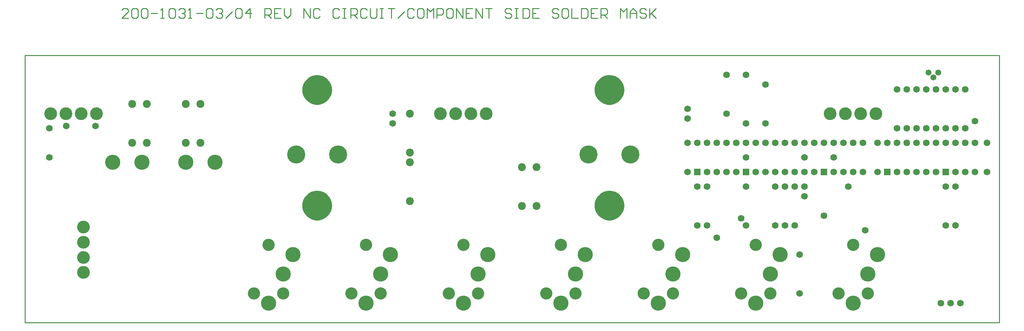
<source format=gbs>
*%FSLAX23Y23*%
*%MOIN*%
G01*
%ADD11C,0.006*%
%ADD12C,0.007*%
%ADD13C,0.008*%
%ADD14C,0.010*%
%ADD15C,0.012*%
%ADD16C,0.015*%
%ADD17C,0.020*%
%ADD18C,0.032*%
%ADD19C,0.036*%
%ADD20C,0.042*%
%ADD21C,0.050*%
%ADD22C,0.052*%
%ADD23C,0.055*%
%ADD24C,0.056*%
%ADD25C,0.060*%
%ADD26C,0.061*%
%ADD27C,0.062*%
%ADD28C,0.068*%
%ADD29C,0.070*%
%ADD30C,0.070*%
%ADD31C,0.075*%
%ADD32C,0.075*%
%ADD33C,0.080*%
%ADD34C,0.080*%
%ADD35C,0.081*%
%ADD36C,0.090*%
%ADD37C,0.095*%
%ADD38C,0.100*%
%ADD39C,0.115*%
%ADD40C,0.120*%
%ADD41C,0.125*%
%ADD42C,0.126*%
%ADD43C,0.131*%
%ADD44C,0.140*%
%ADD45C,0.150*%
%ADD46C,0.156*%
%ADD47C,0.160*%
%ADD48C,0.180*%
%ADD49C,0.186*%
%ADD50C,0.250*%
%ADD51R,0.062X0.062*%
%ADD52R,0.068X0.068*%
D14*
X5771Y9572D02*
X5838D01*
X5771D02*
X5838Y9639D01*
Y9655D01*
X5821Y9672D01*
X5788D01*
X5771Y9655D01*
X5871D02*
X5888Y9672D01*
X5921D01*
X5938Y9655D01*
Y9589D01*
X5921Y9572D01*
X5888D01*
X5871Y9589D01*
Y9655D01*
X5971D02*
X5988Y9672D01*
X6021D01*
X6038Y9655D01*
Y9589D01*
X6021Y9572D01*
X5988D01*
X5971Y9589D01*
Y9655D01*
X6071Y9622D02*
X6138D01*
X6171Y9572D02*
X6204D01*
X6188D01*
Y9672D01*
X6189D01*
X6188D02*
X6171Y9655D01*
X6254D02*
X6271Y9672D01*
X6304D01*
X6321Y9655D01*
Y9589D01*
X6304Y9572D01*
X6271D01*
X6254Y9589D01*
Y9655D01*
X6354D02*
X6371Y9672D01*
X6404D01*
X6421Y9655D01*
Y9639D01*
X6422D01*
X6421D02*
X6422D01*
X6421D02*
X6422D01*
X6421D02*
X6404Y9622D01*
X6387D01*
X6404D01*
X6421Y9605D01*
Y9589D01*
X6404Y9572D01*
X6371D01*
X6354Y9589D01*
X6454Y9572D02*
X6487D01*
X6471D01*
Y9672D01*
X6472D01*
X6471D02*
X6454Y9655D01*
X6537Y9622D02*
X6604D01*
X6637Y9655D02*
X6654Y9672D01*
X6687D01*
X6704Y9655D01*
Y9589D01*
X6687Y9572D01*
X6654D01*
X6637Y9589D01*
Y9655D01*
X6737D02*
X6754Y9672D01*
X6787D01*
X6804Y9655D01*
Y9639D01*
X6805D01*
X6804D02*
X6805D01*
X6804D02*
X6805D01*
X6804D02*
X6787Y9622D01*
X6771D01*
X6787D01*
X6804Y9605D01*
Y9589D01*
X6787Y9572D01*
X6754D01*
X6737Y9589D01*
X6837Y9572D02*
X6904Y9639D01*
X6937Y9655D02*
X6954Y9672D01*
X6987D01*
X7004Y9655D01*
Y9589D01*
X6987Y9572D01*
X6954D01*
X6937Y9589D01*
Y9655D01*
X7087Y9672D02*
Y9572D01*
X7037Y9622D02*
X7087Y9672D01*
X7104Y9622D02*
X7037D01*
X7237Y9572D02*
Y9672D01*
X7287D01*
X7304Y9655D01*
Y9622D01*
X7287Y9605D01*
X7237D01*
X7271D02*
X7304Y9572D01*
X7337Y9672D02*
X7404D01*
X7337D02*
Y9572D01*
X7404D01*
X7370Y9622D02*
X7337D01*
X7437Y9605D02*
Y9672D01*
Y9605D02*
X7470Y9572D01*
X7504Y9605D01*
Y9672D01*
X7637D02*
Y9572D01*
X7704D02*
X7637Y9672D01*
X7704D02*
Y9572D01*
X7804Y9655D02*
X7787Y9672D01*
X7754D01*
X7737Y9655D01*
Y9589D01*
X7754Y9572D01*
X7787D01*
X7804Y9589D01*
X7987Y9672D02*
X8004Y9655D01*
X7987Y9672D02*
X7954D01*
X7937Y9655D01*
Y9589D01*
X7954Y9572D01*
X7987D01*
X8004Y9589D01*
X8037Y9672D02*
X8070D01*
X8054D01*
Y9572D01*
X8037D01*
X8070D01*
X8120D02*
Y9672D01*
X8170D01*
X8187Y9655D01*
Y9622D01*
X8170Y9605D01*
X8120D01*
X8154D02*
X8187Y9572D01*
X8287Y9655D02*
X8270Y9672D01*
X8237D01*
X8220Y9655D01*
Y9589D01*
X8237Y9572D01*
X8270D01*
X8287Y9589D01*
X8320D02*
Y9672D01*
Y9589D02*
X8337Y9572D01*
X8370D01*
X8387Y9589D01*
Y9672D01*
X8420D02*
X8453D01*
X8437D01*
Y9572D01*
X8420D01*
X8453D01*
X8503Y9672D02*
X8570D01*
X8537D01*
Y9572D01*
X8603D02*
X8670Y9639D01*
X8753Y9672D02*
X8770Y9655D01*
X8753Y9672D02*
X8720D01*
X8703Y9655D01*
Y9589D01*
X8720Y9572D01*
X8753D01*
X8770Y9589D01*
X8820Y9672D02*
X8853D01*
X8820D02*
X8803Y9655D01*
Y9589D01*
X8820Y9572D01*
X8853D01*
X8870Y9589D01*
Y9655D01*
X8853Y9672D01*
X8903D02*
Y9572D01*
X8937Y9639D02*
X8903Y9672D01*
X8937Y9639D02*
X8970Y9672D01*
Y9572D01*
X9003D02*
Y9672D01*
X9053D01*
X9070Y9655D01*
Y9622D01*
X9053Y9605D01*
X9003D01*
X9120Y9672D02*
X9153D01*
X9120D02*
X9103Y9655D01*
Y9589D01*
X9120Y9572D01*
X9153D01*
X9170Y9589D01*
Y9655D01*
X9153Y9672D01*
X9203D02*
Y9572D01*
X9270D02*
X9203Y9672D01*
X9270D02*
Y9572D01*
X9303Y9672D02*
X9370D01*
X9303D02*
Y9572D01*
X9370D01*
X9337Y9622D02*
X9303D01*
X9403Y9572D02*
Y9672D01*
X9470Y9572D01*
Y9672D01*
X9503D02*
X9570D01*
X9536D01*
Y9572D01*
X9753Y9672D02*
X9770Y9655D01*
X9753Y9672D02*
X9720D01*
X9703Y9655D01*
Y9639D01*
X9720Y9622D01*
X9753D01*
X9770Y9605D01*
Y9589D01*
X9753Y9572D01*
X9720D01*
X9703Y9589D01*
X9803Y9672D02*
X9836D01*
X9820D01*
Y9572D01*
X9803D01*
X9836D01*
X9886D02*
Y9672D01*
Y9572D02*
X9936D01*
X9953Y9589D01*
Y9655D01*
X9936Y9672D01*
X9886D01*
X9986D02*
X10053D01*
X9986D02*
Y9572D01*
X10053D01*
X10020Y9622D02*
X9986D01*
X10236Y9672D02*
X10253Y9655D01*
X10236Y9672D02*
X10203D01*
X10186Y9655D01*
Y9639D01*
X10203Y9622D01*
X10236D01*
X10253Y9605D01*
Y9589D01*
X10236Y9572D01*
X10203D01*
X10186Y9589D01*
X10303Y9672D02*
X10336D01*
X10303D02*
X10286Y9655D01*
Y9589D01*
X10303Y9572D01*
X10336D01*
X10353Y9589D01*
Y9655D01*
X10336Y9672D01*
X10386D02*
Y9572D01*
X10453D01*
X10486D02*
Y9672D01*
Y9572D02*
X10536D01*
X10553Y9589D01*
Y9655D01*
X10536Y9672D01*
X10486D01*
X10586D02*
X10653D01*
X10586D02*
Y9572D01*
X10653D01*
X10619Y9622D02*
X10586D01*
X10686Y9572D02*
Y9672D01*
X10736D01*
X10753Y9655D01*
Y9622D01*
X10736Y9605D01*
X10686D01*
X10719D02*
X10753Y9572D01*
X10886D02*
Y9672D01*
X10919Y9639D01*
X10953Y9672D01*
Y9572D01*
X10986D02*
Y9639D01*
X11019Y9672D01*
X11053Y9639D01*
Y9572D01*
Y9622D01*
X10986D01*
X11136Y9672D02*
X11153Y9655D01*
X11136Y9672D02*
X11103D01*
X11086Y9655D01*
Y9639D01*
X11103Y9622D01*
X11136D01*
X11153Y9605D01*
Y9589D01*
X11136Y9572D01*
X11103D01*
X11086Y9589D01*
X11186Y9572D02*
Y9672D01*
Y9605D02*
Y9572D01*
Y9605D02*
X11253Y9672D01*
X11203Y9622D01*
X11253Y9572D01*
X14776Y9187D02*
Y6437D01*
X4776D02*
Y9187D01*
Y6437D02*
X14776D01*
Y9187D02*
X4776D01*
D26*
X14051Y9012D02*
D03*
X14101Y8962D02*
D03*
X14151Y9012D02*
D03*
D28*
X14526Y8512D02*
D03*
X13401Y7387D02*
D03*
X13226Y7837D02*
D03*
X13076Y8137D02*
D03*
X12976Y7537D02*
D03*
X12776Y8137D02*
D03*
X12176D02*
D03*
X12126Y7512D02*
D03*
X11876Y7312D02*
D03*
X14426Y8837D02*
D03*
Y8437D02*
D03*
X14326Y8837D02*
D03*
Y8437D02*
D03*
X13926Y8837D02*
D03*
Y8437D02*
D03*
X13826Y8837D02*
D03*
Y8437D02*
D03*
X13726Y8837D02*
D03*
Y8437D02*
D03*
X14126Y7987D02*
D03*
Y8287D02*
D03*
X14651D02*
D03*
Y7987D02*
D03*
X14326D02*
D03*
X14226Y8287D02*
D03*
X14326D02*
D03*
X14426D02*
D03*
X14526D02*
D03*
Y7987D02*
D03*
X14426D02*
D03*
X14026Y8287D02*
D03*
Y7987D02*
D03*
X13726D02*
D03*
X13626Y8287D02*
D03*
X13726D02*
D03*
X13826D02*
D03*
X13926D02*
D03*
Y7987D02*
D03*
X13826D02*
D03*
X13526D02*
D03*
Y8287D02*
D03*
X13376D02*
D03*
Y7987D02*
D03*
X14326Y7437D02*
D03*
Y7837D02*
D03*
X14226Y7437D02*
D03*
Y7837D02*
D03*
Y8437D02*
D03*
Y8837D02*
D03*
X14126Y8437D02*
D03*
Y8837D02*
D03*
X14026Y8437D02*
D03*
Y8837D02*
D03*
X14276Y6637D02*
D03*
X14376D02*
D03*
X14176D02*
D03*
X11976Y8987D02*
D03*
Y8587D02*
D03*
X12726Y7137D02*
D03*
Y6737D02*
D03*
X11776Y7987D02*
D03*
X11676Y8287D02*
D03*
X11776D02*
D03*
X11876D02*
D03*
X11976D02*
D03*
Y7987D02*
D03*
X11876D02*
D03*
X12076Y8287D02*
D03*
Y7987D02*
D03*
X12376D02*
D03*
X12176Y8287D02*
D03*
X12276D02*
D03*
X12376D02*
D03*
X12476D02*
D03*
X12576D02*
D03*
X12676D02*
D03*
X12776D02*
D03*
Y7987D02*
D03*
X12676D02*
D03*
X12576D02*
D03*
X12476D02*
D03*
X12276D02*
D03*
X12876D02*
D03*
Y8287D02*
D03*
X13076Y7987D02*
D03*
X12976Y8287D02*
D03*
X13076D02*
D03*
X13176D02*
D03*
X13276D02*
D03*
Y7987D02*
D03*
X13176D02*
D03*
X12376Y8487D02*
D03*
Y8887D02*
D03*
X12176Y8987D02*
D03*
Y8487D02*
D03*
X11676Y7437D02*
D03*
Y7837D02*
D03*
X11776Y7437D02*
D03*
Y7837D02*
D03*
X12176D02*
D03*
Y7437D02*
D03*
X12476D02*
D03*
Y7837D02*
D03*
X12576D02*
D03*
Y7437D02*
D03*
X12676D02*
D03*
Y7837D02*
D03*
X12776D02*
D03*
Y7737D02*
D03*
X11576Y7987D02*
D03*
Y8287D02*
D03*
Y8637D02*
D03*
Y8537D02*
D03*
X8551Y8487D02*
D03*
Y8587D02*
D03*
X5201Y8462D02*
D03*
X5501D02*
D03*
X5026Y8137D02*
D03*
Y8437D02*
D03*
D34*
X10663Y8832D02*
X10664D01*
X10663D02*
X10664Y8815D01*
X10668Y8799D01*
X10674Y8783D01*
X10683Y8768D01*
X10693Y8755D01*
X10706Y8744D01*
X10720Y8734D01*
X10735Y8727D01*
X10751Y8722D01*
X10768Y8719D01*
X10784D01*
X10801Y8722D01*
X10817Y8727D01*
X10832Y8734D01*
X10846Y8744D01*
X10859Y8755D01*
X10869Y8768D01*
X10878Y8783D01*
X10884Y8799D01*
X10888Y8815D01*
X10889Y8832D01*
X10890D01*
X10889D02*
X10888Y8849D01*
X10884Y8865D01*
X10878Y8881D01*
X10869Y8896D01*
X10859Y8909D01*
X10846Y8920D01*
X10832Y8930D01*
X10817Y8937D01*
X10801Y8942D01*
X10784Y8945D01*
X10768D01*
X10751Y8942D01*
X10735Y8937D01*
X10720Y8930D01*
X10706Y8920D01*
X10693Y8909D01*
X10683Y8896D01*
X10674Y8881D01*
X10668Y8865D01*
X10664Y8849D01*
X10663Y8832D01*
X10741D02*
X10742D01*
X10741D02*
X10743Y8820D01*
X10749Y8810D01*
X10758Y8802D01*
X10770Y8798D01*
X10782D01*
X10794Y8802D01*
X10803Y8810D01*
X10809Y8820D01*
X10811Y8832D01*
X10812D01*
X10811D02*
X10809Y8844D01*
X10803Y8854D01*
X10794Y8862D01*
X10782Y8866D01*
X10770D01*
X10758Y8862D01*
X10749Y8854D01*
X10743Y8844D01*
X10741Y8832D01*
X10663Y7642D02*
X10664D01*
X10663D02*
X10664Y7625D01*
X10668Y7609D01*
X10674Y7593D01*
X10683Y7578D01*
X10693Y7565D01*
X10706Y7554D01*
X10720Y7544D01*
X10735Y7537D01*
X10751Y7532D01*
X10768Y7529D01*
X10784D01*
X10801Y7532D01*
X10817Y7537D01*
X10832Y7544D01*
X10846Y7554D01*
X10859Y7565D01*
X10869Y7578D01*
X10878Y7593D01*
X10884Y7609D01*
X10888Y7625D01*
X10889Y7642D01*
X10890D01*
X10889D02*
X10888Y7659D01*
X10884Y7675D01*
X10878Y7691D01*
X10869Y7706D01*
X10859Y7719D01*
X10846Y7730D01*
X10832Y7740D01*
X10817Y7747D01*
X10801Y7752D01*
X10784Y7755D01*
X10768D01*
X10751Y7752D01*
X10735Y7747D01*
X10720Y7740D01*
X10706Y7730D01*
X10693Y7719D01*
X10683Y7706D01*
X10674Y7691D01*
X10668Y7675D01*
X10664Y7659D01*
X10663Y7642D01*
X10741D02*
X10742D01*
X10741D02*
X10743Y7630D01*
X10749Y7620D01*
X10758Y7612D01*
X10770Y7608D01*
X10782D01*
X10794Y7612D01*
X10803Y7620D01*
X10809Y7630D01*
X10811Y7642D01*
X10812D01*
X10811D02*
X10809Y7654D01*
X10803Y7664D01*
X10794Y7672D01*
X10782Y7676D01*
X10770D01*
X10758Y7672D01*
X10749Y7664D01*
X10743Y7654D01*
X10741Y7642D01*
X7663Y8832D02*
X7664D01*
X7663D02*
X7664Y8815D01*
X7668Y8799D01*
X7674Y8783D01*
X7683Y8768D01*
X7693Y8755D01*
X7706Y8744D01*
X7720Y8734D01*
X7735Y8727D01*
X7751Y8722D01*
X7768Y8719D01*
X7784D01*
X7801Y8722D01*
X7817Y8727D01*
X7832Y8734D01*
X7846Y8744D01*
X7859Y8755D01*
X7869Y8768D01*
X7878Y8783D01*
X7884Y8799D01*
X7888Y8815D01*
X7889Y8832D01*
X7890D01*
X7889D02*
X7888Y8849D01*
X7884Y8865D01*
X7878Y8881D01*
X7869Y8896D01*
X7859Y8909D01*
X7846Y8920D01*
X7832Y8930D01*
X7817Y8937D01*
X7801Y8942D01*
X7784Y8945D01*
X7768D01*
X7751Y8942D01*
X7735Y8937D01*
X7720Y8930D01*
X7706Y8920D01*
X7693Y8909D01*
X7683Y8896D01*
X7674Y8881D01*
X7668Y8865D01*
X7664Y8849D01*
X7663Y8832D01*
X7741D02*
X7742D01*
X7741D02*
X7743Y8820D01*
X7749Y8810D01*
X7758Y8802D01*
X7770Y8798D01*
X7782D01*
X7794Y8802D01*
X7803Y8810D01*
X7809Y8820D01*
X7811Y8832D01*
X7812D01*
X7811D02*
X7809Y8844D01*
X7803Y8854D01*
X7794Y8862D01*
X7782Y8866D01*
X7770D01*
X7758Y8862D01*
X7749Y8854D01*
X7743Y8844D01*
X7741Y8832D01*
X7663Y7642D02*
X7664D01*
X7663D02*
X7664Y7625D01*
X7668Y7609D01*
X7674Y7593D01*
X7683Y7578D01*
X7693Y7565D01*
X7706Y7554D01*
X7720Y7544D01*
X7735Y7537D01*
X7751Y7532D01*
X7768Y7529D01*
X7784D01*
X7801Y7532D01*
X7817Y7537D01*
X7832Y7544D01*
X7846Y7554D01*
X7859Y7565D01*
X7869Y7578D01*
X7878Y7593D01*
X7884Y7609D01*
X7888Y7625D01*
X7889Y7642D01*
X7890D01*
X7889D02*
X7888Y7659D01*
X7884Y7675D01*
X7878Y7691D01*
X7869Y7706D01*
X7859Y7719D01*
X7846Y7730D01*
X7832Y7740D01*
X7817Y7747D01*
X7801Y7752D01*
X7784Y7755D01*
X7768D01*
X7751Y7752D01*
X7735Y7747D01*
X7720Y7740D01*
X7706Y7730D01*
X7693Y7719D01*
X7683Y7706D01*
X7674Y7691D01*
X7668Y7675D01*
X7664Y7659D01*
X7663Y7642D01*
X7741D02*
X7742D01*
X7741D02*
X7743Y7630D01*
X7749Y7620D01*
X7758Y7612D01*
X7770Y7608D01*
X7782D01*
X7794Y7612D01*
X7803Y7620D01*
X7809Y7630D01*
X7811Y7642D01*
X7812D01*
X7811D02*
X7809Y7654D01*
X7803Y7664D01*
X7794Y7672D01*
X7782Y7676D01*
X7770D01*
X7758Y7672D01*
X7749Y7664D01*
X7743Y7654D01*
X7741Y7642D01*
D35*
X10026Y8037D02*
D03*
Y7637D02*
D03*
X8726Y8187D02*
D03*
Y8587D02*
D03*
Y7687D02*
D03*
Y8087D02*
D03*
X9876Y7637D02*
D03*
Y8037D02*
D03*
X6576Y8287D02*
D03*
Y8687D02*
D03*
X6426Y8287D02*
D03*
Y8687D02*
D03*
X5876D02*
D03*
Y8287D02*
D03*
X6026Y8687D02*
D03*
Y8287D02*
D03*
D42*
X13276Y7237D02*
D03*
X13126Y6737D02*
D03*
X13426D02*
D03*
X12276Y7237D02*
D03*
X12126Y6737D02*
D03*
X12426D02*
D03*
X10276Y7237D02*
D03*
X10126Y6737D02*
D03*
X10426D02*
D03*
X11276Y7237D02*
D03*
X11126Y6737D02*
D03*
X11426D02*
D03*
X9276Y7237D02*
D03*
X9126Y6737D02*
D03*
X9426D02*
D03*
X8276Y7237D02*
D03*
X8126Y6737D02*
D03*
X8426D02*
D03*
X7276Y7237D02*
D03*
X7126Y6737D02*
D03*
X7426D02*
D03*
D43*
X13198Y8587D02*
D03*
X13510D02*
D03*
X13042D02*
D03*
X13354D02*
D03*
X9198D02*
D03*
X9510D02*
D03*
X9042D02*
D03*
X9354D02*
D03*
X5376Y7109D02*
D03*
Y7421D02*
D03*
Y6953D02*
D03*
Y7265D02*
D03*
X5198Y8587D02*
D03*
X5510D02*
D03*
X5042D02*
D03*
X5354D02*
D03*
D46*
X13276Y6637D02*
D03*
X13526Y7137D02*
D03*
X13426Y6937D02*
D03*
X12276Y6637D02*
D03*
X12526Y7137D02*
D03*
X12426Y6937D02*
D03*
X10276Y6637D02*
D03*
X10526Y7137D02*
D03*
X10426Y6937D02*
D03*
X11276Y6637D02*
D03*
X11526Y7137D02*
D03*
X11426Y6937D02*
D03*
X9276Y6637D02*
D03*
X9526Y7137D02*
D03*
X9426Y6937D02*
D03*
X8276Y6637D02*
D03*
X8526Y7137D02*
D03*
X8426Y6937D02*
D03*
X7276Y6637D02*
D03*
X7526Y7137D02*
D03*
X7426Y6937D02*
D03*
X5676Y8087D02*
D03*
X5976D02*
D03*
X6426D02*
D03*
X6726D02*
D03*
D49*
X10561Y8167D02*
D03*
X10991D02*
D03*
X7561D02*
D03*
X7991D02*
D03*
D52*
X14226Y7987D02*
D03*
X13626D02*
D03*
X11676D02*
D03*
X12176D02*
D03*
X12976D02*
D03*
M02*

</source>
